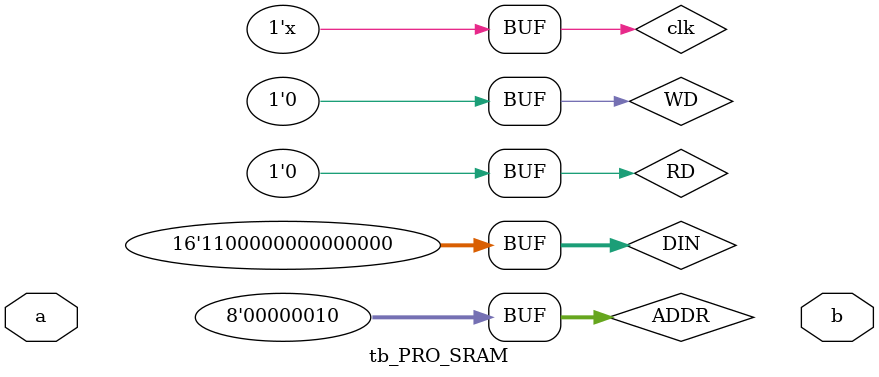
<source format=v>
`timescale 1ns / 1ns

module tb_PRO_SRAM(
        input a,
        output b
    );

    reg RD  ;
    reg WD  ;
    reg CS_D;
    reg [7:0] ADDR;
    reg       clk;

    reg aclr;
    reg [15:0] DIN;

    // outports wire
    wire [15:0] 	q;

    PROGRAM_RAM u_PROGRAM_RAM(
                    .aclr    	( aclr     ),
                    .address 	( ADDR  ),
                    .clock   	( clk    ),
                    .data    	( DIN     ),
                    .rden    	( RD     ),
                    .wren    	( WD     ),
                    .q       	( q        )
                );


    initial begin
        clk<=1'd0;
        WD<=1'd0;
        RD<=1'd0;
        #10
        burn_to_progrem_ram(16'b0010_00_11_00001001,8'd0);
        burn_to_progrem_ram(16'b1001_11_00_0000_0000,8'd1);
        burn_to_progrem_ram(16'b1100_00_00_0000_0000,8'd2);
        #20
         WD<=1'd0;
        fine_to_progrem_ram(8'd0);
        fine_to_progrem_ram(8'd1);
        fine_to_progrem_ram(8'd2);
        #20
         RD<=1'd0;


    end
    always #10 begin
        clk<=~clk;
    end

    //输入一个程序，16位的
    task burn_to_progrem_ram;
        input        [15:0]      progrem;
        input        [7:0]       addrr;
        begin
            //准备要烧录的程序
            #20
             WD<=1'd0;
            DIN<=progrem;
            ADDR<=addrr;
            //执行烧录程序
            #20
             WD<=1'd1;

        end
    endtask

    task fine_to_progrem_ram;
        input        [7:0]       addrr;
        begin
            //准备要烧录的程序
            #20
             RD<=1'd0;
            ADDR<=addrr;
            //执行烧录程序
            #20
             RD<=1'd1;

        end
    endtask

endmodule

</source>
